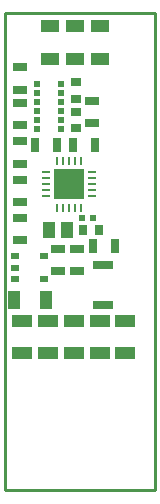
<source format=gtp>
G04*
G04 #@! TF.GenerationSoftware,Altium Limited,Altium Designer,18.0.12 (696)*
G04*
G04 Layer_Color=8421504*
%FSLAX25Y25*%
%MOIN*%
G70*
G01*
G75*
%ADD10C,0.01000*%
%ADD14R,0.06890X0.04331*%
%ADD15R,0.03150X0.04921*%
%ADD16R,0.04921X0.03150*%
%ADD17R,0.03347X0.03150*%
%ADD18R,0.02362X0.02165*%
%ADD19R,0.04134X0.06299*%
%ADD20R,0.02953X0.02165*%
%ADD21R,0.02756X0.00984*%
%ADD22R,0.00984X0.02756*%
%ADD23R,0.10236X0.10236*%
%ADD24R,0.06693X0.03150*%
%ADD25R,0.03150X0.03347*%
%ADD26R,0.06299X0.04134*%
%ADD27C,0.00394*%
%ADD28R,0.02362X0.01968*%
%ADD29R,0.04134X0.05512*%
D10*
X212598Y277854D02*
Y437008D01*
Y277854D02*
X262598D01*
Y437008D01*
X212598D02*
X262598D01*
D14*
X252362Y323819D02*
D03*
Y334449D02*
D03*
X244094Y323819D02*
D03*
Y334449D02*
D03*
X218110Y323819D02*
D03*
Y334449D02*
D03*
X235433Y323819D02*
D03*
Y334449D02*
D03*
X226772Y323819D02*
D03*
Y334449D02*
D03*
D15*
X235039Y392913D02*
D03*
X242520D02*
D03*
X229921D02*
D03*
X222441D02*
D03*
X249311Y359252D02*
D03*
X241831D02*
D03*
D16*
X241339Y407677D02*
D03*
Y400197D02*
D03*
X217323Y368701D02*
D03*
Y361221D02*
D03*
Y381496D02*
D03*
Y374016D02*
D03*
X230315Y350984D02*
D03*
Y358465D02*
D03*
X236614Y350984D02*
D03*
Y358465D02*
D03*
X217323Y411417D02*
D03*
Y418898D02*
D03*
X217323Y407087D02*
D03*
Y399606D02*
D03*
Y386811D02*
D03*
Y394291D02*
D03*
D17*
X236024Y413976D02*
D03*
Y408465D02*
D03*
Y404134D02*
D03*
Y398622D02*
D03*
D18*
X223228Y407283D02*
D03*
Y410236D02*
D03*
Y413189D02*
D03*
X231102D02*
D03*
Y410236D02*
D03*
Y407283D02*
D03*
Y404331D02*
D03*
Y401378D02*
D03*
Y398425D02*
D03*
X223228Y404331D02*
D03*
Y401378D02*
D03*
Y398425D02*
D03*
D19*
X215453Y341339D02*
D03*
X226279D02*
D03*
D20*
X225590Y355906D02*
D03*
Y348425D02*
D03*
X215945D02*
D03*
Y352165D02*
D03*
Y355906D02*
D03*
D21*
X226083Y383858D02*
D03*
Y381890D02*
D03*
Y379921D02*
D03*
Y377953D02*
D03*
Y375984D02*
D03*
X241634D02*
D03*
Y377953D02*
D03*
Y379921D02*
D03*
Y381890D02*
D03*
Y383858D02*
D03*
D22*
X229921Y372146D02*
D03*
X231890D02*
D03*
X233858D02*
D03*
X235827D02*
D03*
X237795D02*
D03*
Y387697D02*
D03*
X235827D02*
D03*
X233858D02*
D03*
X231890D02*
D03*
X229921D02*
D03*
D23*
X233858Y379921D02*
D03*
D24*
X245276Y353150D02*
D03*
Y339764D02*
D03*
D25*
X243898Y364764D02*
D03*
X238386D02*
D03*
D26*
X227559Y432579D02*
D03*
Y421752D02*
D03*
X244094Y432579D02*
D03*
Y421752D02*
D03*
X235827Y432579D02*
D03*
Y421752D02*
D03*
D27*
X218504Y425783D02*
D03*
X215941Y428346D02*
D03*
X218504Y430909D02*
D03*
X221067Y428346D02*
D03*
D28*
X237992Y368701D02*
D03*
X241929D02*
D03*
D29*
X233268Y364764D02*
D03*
X227165D02*
D03*
M02*

</source>
